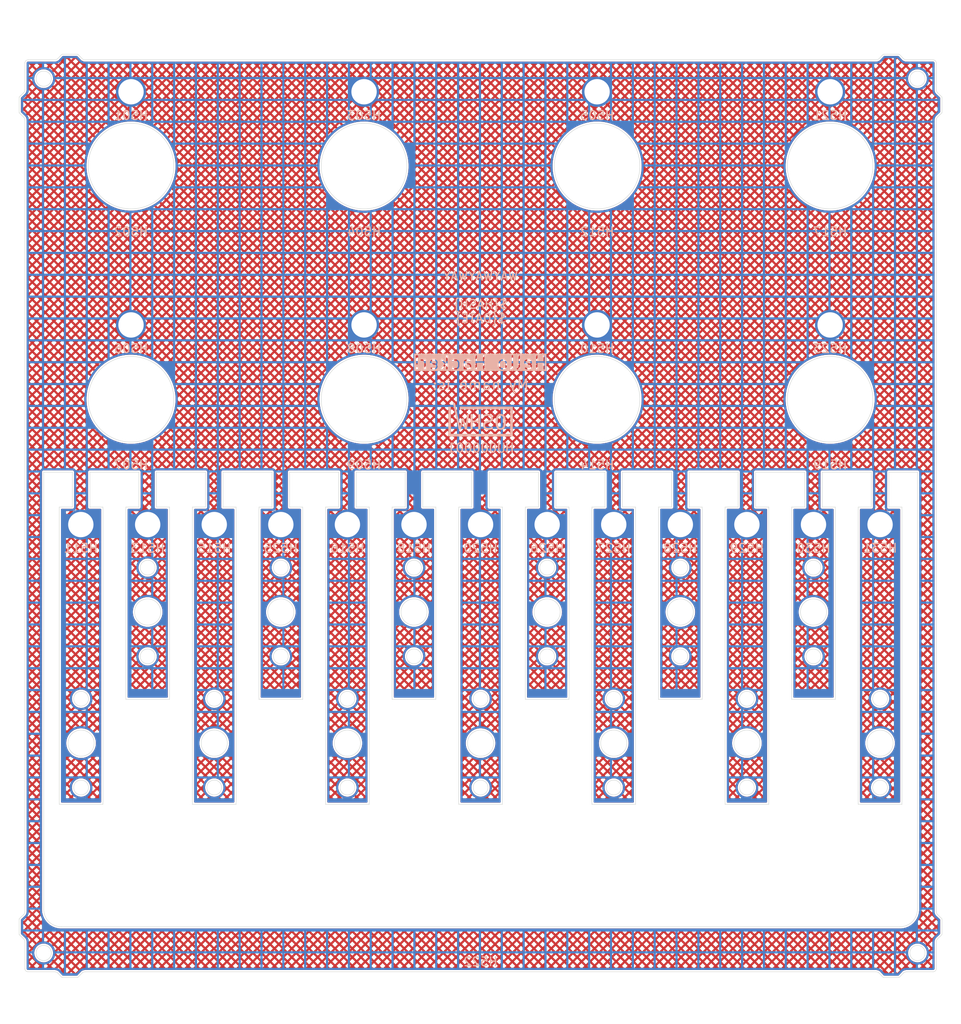
<source format=kicad_pcb>
(kicad_pcb (version 20241229) (generator "pcbnew") (generator_version "9.0")
  (layers (0 "F.Cu" signal) (2 "B.Cu" signal) (13 "F.Paste" user) (15 "B.Paste" user) (5 "F.SilkS" user "F.Silkscreen") (7 "B.SilkS" user "B.Silkscreen") (1 "F.Mask" user) (3 "B.Mask" user) (25 "Edge.Cuts" user))
  (net 0 "")
  (net 1 "GND")
  (footprint "suku_basics:FP_LED_TIGHT" (layer "F.Cu") (at 69.52 100.999999)
    (property "Reference" "H515" (at 0 2.7 0) (layer "B.SilkS") (effects (justify mirror)))
    (property "Value" "LED")
    (pad "1" thru_hole circle (at 0 0 90) (size 3.1 3.1) (drill 2.9) (layers "*.Cu" "*.Mask") (net 1 "GND"))
  )
  (footprint "suku_basics:FP_LED_TIGHT" (layer "F.Cu") (at 100 101)
    (property "Reference" "H520" (at 0 2.7 0) (layer "B.SilkS") (effects (justify mirror)))
    (property "Value" "LED")
    (pad "1" thru_hole circle (at 0 0 90) (size 3.1 3.1) (drill 2.9) (layers "*.Cu" "*.Mask") (net 1 "GND"))
  )
  (footprint "suku_basics:FP_POTENTIOMETER" (layer "F.Cu") (at 59.995 86.665)
    (property "Reference" "H507" (at 0 7.5 0) (layer "B.SilkS") (effects (justify mirror)))
    (property "Value" "Potentiometer")
    (pad "" np_thru_hole circle (at 0 0 90) (size 1.5 1.5) (drill 9.8) (layers "*.Cu" "*.Mask"))
  )
  (footprint "suku_basics:FP_LED_TIGHT" (layer "F.Cu") (at 113.335 51.495)
    (property "Reference" "H505" (at 0 2.7 0) (layer "B.SilkS") (effects (justify mirror)))
    (property "Value" "LED")
    (pad "1" thru_hole circle (at 0 0 90) (size 3.1 3.1) (drill 2.9) (layers "*.Cu" "*.Mask") (net 1 "GND"))
  )
  (footprint "suku_basics:FP_LED_TIGHT" (layer "F.Cu") (at 92.38 101)
    (property "Reference" "H518" (at 0 2.7 0) (layer "B.SilkS") (effects (justify mirror)))
    (property "Value" "LED")
    (pad "1" thru_hole circle (at 0 0 90) (size 3.1 3.1) (drill 2.9) (layers "*.Cu" "*.Mask") (net 1 "GND"))
  )
  (footprint "suku_basics:FP_POTENTIOMETER" (layer "F.Cu") (at 113.335 86.665)
    (property "Reference" "H514" (at 0 7.5 0) (layer "B.SilkS") (effects (justify mirror)))
    (property "Value" "Potentiometer")
    (pad "" np_thru_hole circle (at 0 0 90) (size 1.5 1.5) (drill 9.8) (layers "*.Cu" "*.Mask"))
  )
  (footprint "suku_basics:FP_LED_TIGHT" (layer "F.Cu") (at 140.005 78.165)
    (property "Reference" "H523" (at 0 2.7 0) (layer "B.SilkS") (effects (justify mirror)))
    (property "Value" "LED")
    (pad "1" thru_hole circle (at 0 0 90) (size 3.1 3.1) (drill 2.9) (layers "*.Cu" "*.Mask") (net 1 "GND"))
  )
  (footprint "suku_basics:FP_POTENTIOMETER" (layer "F.Cu") (at 86.665 59.995)
    (property "Reference" "H504" (at 0 7.5 0) (layer "B.SilkS") (effects (justify mirror)))
    (property "Value" "Potentiometer")
    (pad "" np_thru_hole circle (at 0 0 90) (size 1.5 1.5) (drill 9.8) (layers "*.Cu" "*.Mask"))
  )
  (footprint "suku_basics:FP_LED_TIGHT" (layer "F.Cu") (at 122.86 101)
    (property "Reference" "H528" (at 0 2.7 0) (layer "B.SilkS") (effects (justify mirror)))
    (property "Value" "LED")
    (pad "1" thru_hole circle (at 0 0 90) (size 3.1 3.1) (drill 2.9) (layers "*.Cu" "*.Mask") (net 1 "GND"))
  )
  (footprint "suku_basics:FP_POTENTIOMETER" (layer "F.Cu") (at 113.335 59.995)
    (property "Reference" "H512" (at 0 7.5 0) (layer "B.SilkS") (effects (justify mirror)))
    (property "Value" "Potentiometer")
    (pad "" np_thru_hole circle (at 0 0 90) (size 1.5 1.5) (drill 9.8) (layers "*.Cu" "*.Mask"))
  )
  (footprint "suku_basics:FP_LED_TIGHT" (layer "F.Cu") (at 59.995 78.165)
    (property "Reference" "H506" (at 0 2.7 0) (layer "B.SilkS") (effects (justify mirror)))
    (property "Value" "LED")
    (pad "1" thru_hole circle (at 0 0 90) (size 3.1 3.1) (drill 2.9) (layers "*.Cu" "*.Mask") (net 1 "GND"))
  )
  (footprint "suku_basics:FP_POTENTIOMETER" (layer "F.Cu") (at 140.005 59.995)
    (property "Reference" "H517" (at 0 7.5 0) (layer "B.SilkS") (effects (justify mirror)))
    (property "Value" "Potentiometer")
    (pad "" np_thru_hole circle (at 0 0 90) (size 1.5 1.5) (drill 9.8) (layers "*.Cu" "*.Mask"))
  )
  (footprint "suku_basics:FP_LED_TIGHT" (layer "F.Cu") (at 59.995 51.495)
    (property "Reference" "H501" (at 0 2.7 0) (layer "B.SilkS") (effects (justify mirror)))
    (property "Value" "LED")
    (pad "1" thru_hole circle (at 0 0 90) (size 3.1 3.1) (drill 2.9) (layers "*.Cu" "*.Mask") (net 1 "GND"))
  )
  (footprint "suku_basics:FP_LED_TIGHT" (layer "F.Cu") (at 77.14 101)
    (property "Reference" "H525" (at 0 2.7 0) (layer "B.SilkS") (effects (justify mirror)))
    (property "Value" "LED")
    (pad "1" thru_hole circle (at 0 0 90) (size 3.1 3.1) (drill 2.9) (layers "*.Cu" "*.Mask") (net 1 "GND"))
  )
  (footprint "suku_basics:FP_LED_TIGHT" (layer "F.Cu") (at 86.665 51.495)
    (property "Reference" "H503" (at 0 2.7 0) (layer "B.SilkS") (effects (justify mirror)))
    (property "Value" "LED")
    (pad "1" thru_hole circle (at 0 0 90) (size 3.1 3.1) (drill 2.9) (layers "*.Cu" "*.Mask") (net 1 "GND"))
  )
  (footprint "suku_basics:FP_POTENTIOMETER" (layer "F.Cu") (at 59.995 59.995)
    (property "Reference" "H502" (at 0 7.5 0) (layer "B.SilkS") (effects (justify mirror)))
    (property "Value" "Potentiometer")
    (pad "" np_thru_hole circle (at 0 0 90) (size 1.5 1.5) (drill 9.8) (layers "*.Cu" "*.Mask"))
  )
  (footprint "suku_basics:FP_LED_TIGHT" (layer "F.Cu") (at 84.76 101)
    (property "Reference" "H516" (at 0 2.7 0) (layer "B.SilkS") (effects (justify mirror)))
    (property "Value" "LED")
    (pad "1" thru_hole circle (at 0 0 90) (size 3.1 3.1) (drill 2.9) (layers "*.Cu" "*.Mask") (net 1 "GND"))
  )
  (footprint "suku_basics:FP_LED_TIGHT" (layer "F.Cu") (at 145.72 101)
    (property "Reference" "H531" (at 0 2.7 0) (layer "B.SilkS") (effects (justify mirror)))
    (property "Value" "LED")
    (pad "1" thru_hole circle (at 0 0 90) (size 3.1 3.1) (drill 2.9) (layers "*.Cu" "*.Mask") (net 1 "GND"))
  )
  (footprint "suku_basics:FP_LED_TIGHT" (layer "F.Cu") (at 107.62 101)
    (property "Reference" "H526" (at 0 2.7 0) (layer "B.SilkS") (effects (justify mirror)))
    (property "Value" "LED")
    (pad "1" thru_hole circle (at 0 0 90) (size 3.1 3.1) (drill 2.9) (layers "*.Cu" "*.Mask") (net 1 "GND"))
  )
  (footprint "suku_basics:FP_LED_TIGHT" (layer "F.Cu") (at 54.25 101)
    (property "Reference" "H511" (at 0 2.7 0) (layer "B.SilkS") (effects (justify mirror)))
    (property "Value" "LED")
    (pad "1" thru_hole circle (at 0 0 90) (size 3.1 3.1) (drill 2.9) (layers "*.Cu" "*.Mask") (net 1 "GND"))
  )
  (footprint "suku_basics:FP_POTENTIOMETER" (layer "F.Cu") (at 86.665 86.665)
    (property "Reference" "H509" (at 0 7.5 0) (layer "B.SilkS") (effects (justify mirror)))
    (property "Value" "Potentiometer")
    (pad "" np_thru_hole circle (at 0 0 90) (size 1.5 1.5) (drill 9.8) (layers "*.Cu" "*.Mask"))
  )
  (footprint "suku_basics:FP_LED_TIGHT" (layer "F.Cu") (at 138.1 101)
    (property "Reference" "H530" (at 0 2.7 0) (layer "B.SilkS") (effects (justify mirror)))
    (property "Value" "LED")
    (pad "1" thru_hole circle (at 0 0 90) (size 3.1 3.1) (drill 2.9) (layers "*.Cu" "*.Mask") (net 1 "GND"))
  )
  (footprint "suku_basics:FP_LED_TIGHT" (layer "F.Cu") (at 86.665 78.165)
    (property "Reference" "H508" (at 0 2.7 0) (layer "B.SilkS") (effects (justify mirror)))
    (property "Value" "LED")
    (pad "1" thru_hole circle (at 0 0 90) (size 3.1 3.1) (drill 2.9) (layers "*.Cu" "*.Mask") (net 1 "GND"))
  )
  (footprint "suku_basics:FP_LED_TIGHT" (layer "F.Cu") (at 130.48 101)
    (property "Reference" "H529" (at 0 2.7 0) (layer "B.SilkS") (effects (justify mirror)))
    (property "Value" "LED")
    (pad "1" thru_hole circle (at 0 0 90) (size 3.1 3.1) (drill 2.9) (layers "*.Cu" "*.Mask") (net 1 "GND"))
  )
  (footprint "suku_basics:FP_LED_TIGHT" (layer "F.Cu") (at 113.335 78.165)
    (property "Reference" "H510" (at 0 2.7 0) (layer "B.SilkS") (effects (justify mirror)))
    (property "Value" "LED")
    (pad "1" thru_hole circle (at 0 0 90) (size 3.1 3.1) (drill 2.9) (layers "*.Cu" "*.Mask") (net 1 "GND"))
  )
  (footprint "suku_basics:FP_POTENTIOMETER" (layer "F.Cu") (at 140.005 86.665)
    (property "Reference" "H519" (at 0 7.5 0) (layer "B.SilkS") (effects (justify mirror)))
    (property "Value" "Potentiometer")
    (pad "" np_thru_hole circle (at 0 0 90) (size 1.5 1.5) (drill 9.8) (layers "*.Cu" "*.Mask"))
  )
  (footprint "suku_basics:FP_LED_TIGHT" (layer "F.Cu") (at 115.24 101)
    (property "Reference" "H527" (at 0 2.7 0) (layer "B.SilkS") (effects (justify mirror)))
    (property "Value" "LED")
    (pad "1" thru_hole circle (at 0 0 90) (size 3.1 3.1) (drill 2.9) (layers "*.Cu" "*.Mask") (net 1 "GND"))
  )
  (footprint "suku_basics:FP_OUTLINE_2" (layer "F.Cu") (at 100 100)
    (property "Reference" "H522" (at 0 51 0) (layer "B.SilkS") (effects (justify mirror)))
    (property "Value" "Outline")
    (fp_line (start -52.799999 -46.100001) (end -52.799999 -47.899999) (stroke (width 0.05)) (layer "Edge.Cuts"))
    (fp_line (start -52.799999 46.100001) (end -52.799999 47.899999) (stroke (width 0.05)) (layer "Edge.Cuts"))
    (fp_line (start -52.626954 -48.077382) (end -52.265506 -48.421458) (stroke (width 0.05)) (layer "Edge.Cuts"))
    (fp_line (start -52.626954 -45.922618) (end -52.265506 -45.578542) (stroke (width 0.05)) (layer "Edge.Cuts"))
    (fp_line (start -52.626954 45.922618) (end -52.265506 45.578542) (stroke (width 0.05)) (layer "Edge.Cuts"))
    (fp_line (start -52.626954 48.077382) (end -52.265506 48.421458) (stroke (width 0.05)) (layer "Edge.Cuts"))
    (fp_line (start -52.15 -48.75) (end -52.15 -51.8) (stroke (width 0.05)) (layer "Edge.Cuts"))
    (fp_line (start -52.15 45.25) (end -52.15 -45.25) (stroke (width 0.05)) (layer "Edge.Cuts"))
    (fp_line (start -52.15 48.75) (end -52.15 51.8) (stroke (width 0.05)) (layer "Edge.Cuts"))
    (fp_line (start -48.75 -52.15) (end -51.8 -52.15) (stroke (width 0.05)) (layer "Edge.Cuts"))
    (fp_line (start -48.75 52.15) (end -51.8 52.15) (stroke (width 0.05)) (layer "Edge.Cuts"))
    (fp_line (start -48.077382 -52.626954) (end -48.421458 -52.265506) (stroke (width 0.05)) (layer "Edge.Cuts"))
    (fp_line (start -48.077382 52.626954) (end -48.421458 52.265506) (stroke (width 0.05)) (layer "Edge.Cuts"))
    (fp_line (start -46.100001 -52.799999) (end -47.899999 -52.799999) (stroke (width 0.05)) (layer "Edge.Cuts"))
    (fp_line (start -46.100001 52.799999) (end -47.899999 52.799999) (stroke (width 0.05)) (layer "Edge.Cuts"))
    (fp_line (start -45.922618 -52.626954) (end -45.578542 -52.265506) (stroke (width 0.05)) (layer "Edge.Cuts"))
    (fp_line (start -45.922618 52.626954) (end -45.578542 52.265506) (stroke (width 0.05)) (layer "Edge.Cuts"))
    (fp_line (start -45.25 -52.15) (end 45.25 -52.15) (stroke (width 0.05)) (layer "Edge.Cuts"))
    (fp_line (start 45.25 52.15) (end -45.25 52.15) (stroke (width 0.05)) (layer "Edge.Cuts"))
    (fp_line (start 45.922618 -52.626954) (end 45.578542 -52.265506) (stroke (width 0.05)) (layer "Edge.Cuts"))
    (fp_line (start 45.922618 52.626955) (end 45.578542 52.265507) (stroke (width 0.05)) (layer "Edge.Cuts"))
    (fp_line (start 46.100001 -52.799999) (end 47.899999 -52.799999) (stroke (width 0.05)) (layer "Edge.Cuts"))
    (fp_line (start 46.100001 52.799999) (end 47.899999 52.799999) (stroke (width 0.05)) (layer "Edge.Cuts"))
    (fp_line (start 48.077377 52.626959) (end 48.421453 52.265511) (stroke (width 0.05)) (layer "Edge.Cuts"))
    (fp_line (start 48.077384 -52.626954) (end 48.42146 -52.265506) (stroke (width 0.05)) (layer "Edge.Cuts"))
    (fp_line (start 48.75 -52.15) (end 51.8 -52.15) (stroke (width 0.05)) (layer "Edge.Cuts"))
    (fp_line (start 48.75 52.15) (end 51.8 52.15) (stroke (width 0.05)) (layer "Edge.Cuts"))
    (fp_line (start 52.15 -48.75) (end 52.15 -51.8) (stroke (width 0.05)) (layer "Edge.Cuts"))
    (fp_line (start 52.15 -45.25) (end 52.15 45.25) (stroke (width 0.05)) (layer "Edge.Cuts"))
    (fp_line (start 52.15 48.75) (end 52.15 51.8) (stroke (width 0.05)) (layer "Edge.Cuts"))
    (fp_line (start 52.626954 -48.077385) (end 52.265506 -48.421461) (stroke (width 0.05)) (layer "Edge.Cuts"))
    (fp_line (start 52.626954 -45.922618) (end 52.265506 -45.578542) (stroke (width 0.05)) (layer "Edge.Cuts"))
    (fp_line (start 52.626954 45.922618) (end 52.265506 45.578542) (stroke (width 0.05)) (layer "Edge.Cuts"))
    (fp_line (start 52.626954 48.077383) (end 52.265506 48.421459) (stroke (width 0.05)) (layer "Edge.Cuts"))
    (fp_line (start 52.799999 -46.100001) (end 52.799999 -47.899999) (stroke (width 0.05)) (layer "Edge.Cuts"))
    (fp_line (start 52.799999 46.100001) (end 52.799999 47.899999) (stroke (width 0.05)) (layer "Edge.Cuts"))
    (fp_line (start 52.799999 47.899999) (end 52.626954 48.077383) (stroke (width 0.05)) (layer "Edge.Cuts"))
    (fp_arc (start -52.799999 -47.899999) (mid -52.717353 -47.992466) (end -52.62696 -48.077377) (stroke (width 0.05)) (layer "Edge.Cuts"))
    (fp_arc (start -52.799999 46.100001) (mid -52.717353 46.007534) (end -52.62696 45.922623) (stroke (width 0.05)) (layer "Edge.Cuts"))
    (fp_arc (start -52.62696 -45.922623) (mid -52.717353 -46.007534) (end -52.799999 -46.100001) (stroke (width 0.05)) (layer "Edge.Cuts"))
    (fp_arc (start -52.62696 48.077377) (mid -52.717353 47.992466) (end -52.799999 47.899999) (stroke (width 0.05)) (layer "Edge.Cuts"))
    (fp_arc (start -52.265506 -45.578542) (mid -52.179718 -45.424127) (end -52.15 -45.25) (stroke (width 0.05)) (layer "Edge.Cuts"))
    (fp_arc (start -52.265506 48.421458) (mid -52.179718 48.575873) (end -52.15 48.75) (stroke (width 0.05)) (layer "Edge.Cuts"))
    (fp_arc (start -52.15 -51.8) (mid -52.047488 -52.047488) (end -51.8 -52.15) (stroke (width 0.05)) (layer "Edge.Cuts"))
    (fp_arc (start -52.15 -48.75) (mid -52.179717 -48.575872) (end -52.265506 -48.421458) (stroke (width 0.05)) (layer "Edge.Cuts"))
    (fp_arc (start -52.15 45.25) (mid -52.179717 45.424128) (end -52.265506 45.578542) (stroke (width 0.05)) (layer "Edge.Cuts"))
    (fp_arc (start -51.8 52.15) (mid -52.047488 52.047488) (end -52.15 51.8) (stroke (width 0.05)) (layer "Edge.Cuts"))
    (fp_arc (start -48.75 52.15) (mid -48.575872 52.179717) (end -48.421458 52.265506) (stroke (width 0.05)) (layer "Edge.Cuts"))
    (fp_arc (start -48.421458 -52.265506) (mid -48.575873 -52.179718) (end -48.75 -52.15) (stroke (width 0.05)) (layer "Edge.Cuts"))
    (fp_arc (start -48.077377 -52.62696) (mid -47.992466 -52.717353) (end -47.899999 -52.799999) (stroke (width 0.05)) (layer "Edge.Cuts"))
    (fp_arc (start -47.899999 52.799999) (mid -47.992466 52.717353) (end -48.077377 52.62696) (stroke (width 0.05)) (layer "Edge.Cuts"))
    (fp_arc (start -46.100001 -52.799999) (mid -46.007534 -52.717353) (end -45.922623 -52.62696) (stroke (width 0.05)) (layer "Edge.Cuts"))
    (fp_arc (start -45.922623 52.62696) (mid -46.007534 52.717353) (end -46.100001 52.799999) (stroke (width 0.05)) (layer "Edge.Cuts"))
    (fp_arc (start -45.578542 52.265506) (mid -45.424127 52.179718) (end -45.25 52.15) (stroke (width 0.05)) (layer "Edge.Cuts"))
    (fp_arc (start -45.25 -52.15) (mid -45.424128 -52.179717) (end -45.578542 -52.265506) (stroke (width 0.05)) (layer "Edge.Cuts"))
    (fp_arc (start 45.25 52.15) (mid 45.424127 52.179718) (end 45.578542 52.265506) (stroke (width 0.05)) (layer "Edge.Cuts"))
    (fp_arc (start 45.578542 -52.265506) (mid 45.424128 -52.179717) (end 45.25 -52.15) (stroke (width 0.05)) (layer "Edge.Cuts"))
    (fp_arc (start 45.922623 -52.62696) (mid 46.007534 -52.717353) (end 46.100001 -52.799999) (stroke (width 0.05)) (layer "Edge.Cuts"))
    (fp_arc (start 46.099996 52.799994) (mid 46.007529 52.717348) (end 45.922618 52.626955) (stroke (width 0.05)) (layer "Edge.Cuts"))
    (fp_arc (start 47.900001 -52.799999) (mid 47.992468 -52.717353) (end 48.077379 -52.62696) (stroke (width 0.05)) (layer "Edge.Cuts"))
    (fp_arc (start 48.077377 52.62696) (mid 47.992466 52.717353) (end 47.899999 52.799999) (stroke (width 0.05)) (layer "Edge.Cuts"))
    (fp_arc (start 48.421458 52.265507) (mid 48.575872 52.179718) (end 48.75 52.150001) (stroke (width 0.05)) (layer "Edge.Cuts"))
    (fp_arc (start 48.750002 -52.15) (mid 48.575874 -52.179717) (end 48.42146 -52.265506) (stroke (width 0.05)) (layer "Edge.Cuts"))
    (fp_arc (start 51.8 -52.15) (mid 52.047487 -52.047487) (end 52.15 -51.8) (stroke (width 0.05)) (layer "Edge.Cuts"))
    (fp_arc (start 52.15 -45.25) (mid 52.179717 -45.424128) (end 52.265506 -45.578542) (stroke (width 0.05)) (layer "Edge.Cuts"))
    (fp_arc (start 52.15 48.75) (mid 52.179718 48.575873) (end 52.265506 48.421458) (stroke (width 0.05)) (layer "Edge.Cuts"))
    (fp_arc (start 52.15 51.8) (mid 52.047487 52.047487) (end 51.8 52.15) (stroke (width 0.05)) (layer "Edge.Cuts"))
    (fp_arc (start 52.265506 -48.421461) (mid 52.179717 -48.575875) (end 52.15 -48.750003) (stroke (width 0.05)) (layer "Edge.Cuts"))
    (fp_arc (start 52.265506 45.578542) (mid 52.179717 45.424128) (end 52.15 45.25) (stroke (width 0.05)) (layer "Edge.Cuts"))
    (fp_arc (start 52.62696 -48.07738) (mid 52.717353 -47.992469) (end 52.799999 -47.900002) (stroke (width 0.05)) (layer "Edge.Cuts"))
    (fp_arc (start 52.62696 45.922623) (mid 52.717353 46.007534) (end 52.799999 46.100001) (stroke (width 0.05)) (layer "Edge.Cuts"))
    (fp_arc (start 52.799999 -46.100001) (mid 52.717353 -46.007534) (end 52.62696 -45.922623) (stroke (width 0.05)) (layer "Edge.Cuts"))
    (fp_circle (center -50 -50) (end -49.125 -50) (stroke (width 0.05)) (fill no) (layer "Edge.Cuts"))
    (fp_circle (center -50 50) (end -49.125 50) (stroke (width 0.05)) (fill no) (layer "Edge.Cuts"))
    (fp_circle (center 50 -50) (end 50.875 -50) (stroke (width 0.05)) (fill no) (layer "Edge.Cuts"))
    (fp_circle (center 50 50) (end 50.875 50) (stroke (width 0.05)) (fill no) (layer "Edge.Cuts"))
  )
  (footprint "suku_basics:FP_LED_TIGHT" (layer "F.Cu") (at 140.005 51.495)
    (property "Reference" "H521" (at 0 2.7 0) (layer "B.SilkS") (effects (justify mirror)))
    (property "Value" "LED")
    (pad "1" thru_hole circle (at 0 0 90) (size 3.1 3.1) (drill 2.9) (layers "*.Cu" "*.Mask") (net 1 "GND"))
  )
  (footprint "suku_basics:FP_LED_TIGHT" (layer "F.Cu") (at 61.9 101)
    (property "Reference" "H513" (at 0 2.7 0) (layer "B.SilkS") (effects (justify mirror)))
    (property "Value" "LED")
    (pad "1" thru_hole circle (at 0 0 90) (size 3.1 3.1) (drill 2.9) (layers "*.Cu" "*.Mask") (net 1 "GND"))
  )
  (footprint "suku_basics:OSHWA" (layer "B.Cu") (at 100 90 180)
    (property "Reference" "H524")
    (property "Value" "Outline" (hide yes))
  )
  (gr_line (start 72.02 99) (end 72.02 133) (stroke (width 0.05)) (layer "Edge.Cuts"))
  (gr_line (start 148.22 133) (end 143.22 133) (stroke (width 0.05)) (layer "Edge.Cuts"))
  (gr_circle (center 100 120.925) (end 100 120.075) (stroke (width 0.05)) (fill no) (layer "Edge.Cuts"))
  (gr_arc (start 150 145) (mid 149.414214 146.414214) (end 148 147) (stroke (width 0.05)) (layer "Edge.Cuts"))
  (gr_line (start 85.76 99) (end 87.26 99) (stroke (width 0.05)) (layer "Edge.Cuts"))
  (gr_circle (center 84.76 126) (end 84.76 124.5) (stroke (width 0.05)) (fill no) (layer "Edge.Cuts"))
  (gr_circle (center 107.62 111) (end 107.62 109.5) (stroke (width 0.05)) (fill no) (layer "Edge.Cuts"))
  (gr_line (start 83.76 99) (end 83.76 95) (stroke (width 0.05)) (layer "Edge.Cuts"))
  (gr_line (start 144.72 99) (end 143.22 99) (stroke (width 0.05)) (layer "Edge.Cuts"))
  (gr_circle (center 86.665 86.665) (end 91.565 86.665) (stroke (width 0.05)) (fill no) (layer "Edge.Cuts"))
  (gr_line (start 110.12 121) (end 105.12 121) (stroke (width 0.05)) (layer "Edge.Cuts"))
  (gr_line (start 108.62 99) (end 108.62 95) (stroke (width 0.05)) (layer "Edge.Cuts"))
  (gr_circle (center 59.995 59.995) (end 64.895 59.995) (stroke (width 0.05)) (fill no) (layer "Edge.Cuts"))
  (gr_circle (center 92.38 105.925) (end 92.38 105.075) (stroke (width 0.05)) (fill no) (layer "Edge.Cuts"))
  (gr_line (start 55.28 99) (end 56.78 99) (stroke (width 0.05)) (layer "Edge.Cuts"))
  (gr_line (start 99 99) (end 97.5 99) (stroke (width 0.05)) (layer "Edge.Cuts"))
  (gr_line (start 131.48 99) (end 131.48 95) (stroke (width 0.05)) (layer "Edge.Cuts"))
  (gr_line (start 78.14 99) (end 79.64 99) (stroke (width 0.05)) (layer "Edge.Cuts"))
  (gr_line (start 132.98 133) (end 127.98 133) (stroke (width 0.05)) (layer "Edge.Cuts"))
  (gr_circle (center 130.48 131.075001) (end 130.48 130.225) (stroke (width 0.05)) (fill no) (layer "Edge.Cuts"))
  (gr_line (start 101 99) (end 101 95) (stroke (width 0.05)) (layer "Edge.Cuts"))
  (gr_line (start 129.48 95) (end 123.86 95) (stroke (width 0.05)) (layer "Edge.Cuts"))
  (gr_circle (center 100 126) (end 100 124.5) (stroke (width 0.05)) (fill no) (layer "Edge.Cuts"))
  (gr_line (start 106.62 99) (end 105.12 99) (stroke (width 0.05)) (layer "Edge.Cuts"))
  (gr_circle (center 59.995 86.665) (end 64.895 86.665) (stroke (width 0.05)) (fill no) (layer "Edge.Cuts"))
  (gr_line (start 93.38 99) (end 94.88 99) (stroke (width 0.05)) (layer "Edge.Cuts"))
  (gr_line (start 129.48 99) (end 129.48 95) (stroke (width 0.05)) (layer "Edge.Cuts"))
  (gr_line (start 131.48 99) (end 132.98 99) (stroke (width 0.05)) (layer "Edge.Cuts"))
  (gr_circle (center 84.76 120.925) (end 84.76 120.075) (stroke (width 0.05)) (fill no) (layer "Edge.Cuts"))
  (gr_line (start 91.38 95) (end 85.76 95) (stroke (width 0.05)) (layer "Edge.Cuts"))
  (gr_line (start 60.9 99) (end 59.4 99) (stroke (width 0.05)) (layer "Edge.Cuts"))
  (gr_line (start 94.88 99) (end 94.88 121) (stroke (width 0.05)) (layer "Edge.Cuts"))
  (gr_line (start 97.5 99) (end 97.5 133) (stroke (width 0.05)) (layer "Edge.Cuts"))
  (gr_line (start 87.26 99) (end 87.26 133) (stroke (width 0.05)) (layer "Edge.Cuts"))
  (gr_line (start 148 147) (end 52 147) (stroke (width 0.05)) (layer "Edge.Cuts"))
  (gr_line (start 70.52 99) (end 72.02 99) (stroke (width 0.05)) (layer "Edge.Cuts"))
  (gr_line (start 56.78 99) (end 56.78 133) (stroke (width 0.05)) (layer "Edge.Cuts"))
  (gr_line (start 150 95) (end 146.72 95) (stroke (width 0.05)) (layer "Edge.Cuts"))
  (gr_line (start 114.24 99) (end 114.24 95) (stroke (width 0.05)) (layer "Edge.Cuts"))
  (gr_line (start 50 95) (end 53.28 95) (stroke (width 0.05)) (layer "Edge.Cuts"))
  (gr_line (start 137.1 99) (end 137.1 95) (stroke (width 0.05)) (layer "Edge.Cuts"))
  (gr_line (start 137.1 95) (end 131.48 95) (stroke (width 0.05)) (layer "Edge.Cuts"))
  (gr_circle (center 92.38 116.075001) (end 92.38 115.225) (stroke (width 0.05)) (fill no) (layer "Edge.Cuts"))
  (gr_line (start 78.14 99) (end 78.14 95) (stroke (width 0.05)) (layer "Edge.Cuts"))
  (gr_line (start 85.76 99) (end 85.76 95) (stroke (width 0.05)) (layer "Edge.Cuts"))
  (gr_line (start 55.28 99) (end 55.28 95) (stroke (width 0.05)) (layer "Edge.Cuts"))
  (gr_line (start 123.86 99) (end 125.36 99) (stroke (width 0.05)) (layer "Edge.Cuts"))
  (gr_line (start 117.74 99) (end 117.74 133) (stroke (width 0.05)) (layer "Edge.Cuts"))
  (gr_line (start 62.9 99) (end 64.4 99) (stroke (width 0.05)) (layer "Edge.Cuts"))
  (gr_circle (center 130.48 126) (end 130.48 124.5) (stroke (width 0.05)) (fill no) (layer "Edge.Cuts"))
  (gr_circle (center 61.9 105.925) (end 61.9 105.075) (stroke (width 0.05)) (fill no) (layer "Edge.Cuts"))
  (gr_circle (center 92.38 111) (end 92.38 109.5) (stroke (width 0.05)) (fill no) (layer "Edge.Cuts"))
  (gr_circle (center 107.62 105.925) (end 107.62 105.075) (stroke (width 0.05)) (fill no) (layer "Edge.Cuts"))
  (gr_line (start 56.78 133) (end 51.78 133) (stroke (width 0.05)) (layer "Edge.Cuts"))
  (gr_line (start 93.38 99) (end 93.38 95) (stroke (width 0.05)) (layer "Edge.Cuts"))
  (gr_circle (center 138.1 116.075001) (end 138.1 115.225) (stroke (width 0.05)) (fill no) (layer "Edge.Cuts"))
  (gr_line (start 53.28 99) (end 53.28 95) (stroke (width 0.05)) (layer "Edge.Cuts"))
  (gr_circle (center 69.52 120.925) (end 69.52 120.075) (stroke (width 0.05)) (fill no) (layer "Edge.Cuts"))
  (gr_line (start 120.36 99) (end 120.36 121) (stroke (width 0.05)) (layer "Edge.Cuts"))
  (gr_circle (center 113.335 59.995) (end 118.235 59.995) (stroke (width 0.05)) (fill no) (layer "Edge.Cuts"))
  (gr_line (start 102.5 99) (end 102.5 133) (stroke (width 0.05)) (layer "Edge.Cuts"))
  (gr_line (start 127.98 99) (end 127.98 133) (stroke (width 0.05)) (layer "Edge.Cuts"))
  (gr_arc (start 52 147) (mid 50.585786 146.414214) (end 50 145) (stroke (width 0.05)) (layer "Edge.Cuts"))
  (gr_line (start 67.02 99) (end 67.02 133) (stroke (width 0.05)) (layer "Edge.Cuts"))
  (gr_line (start 148.22 99) (end 148.22 133) (stroke (width 0.05)) (layer "Edge.Cuts"))
  (gr_line (start 121.86 99) (end 120.36 99) (stroke (width 0.05)) (layer "Edge.Cuts"))
  (gr_line (start 121.86 95) (end 116.24 95) (stroke (width 0.05)) (layer "Edge.Cuts"))
  (gr_circle (center 115.24 120.925) (end 115.24 120.075) (stroke (width 0.05)) (fill no) (layer "Edge.Cuts"))
  (gr_line (start 117.74 133) (end 112.74 133) (stroke (width 0.05)) (layer "Edge.Cuts"))
  (gr_line (start 137.1 99) (end 135.6 99) (stroke (width 0.05)) (layer "Edge.Cuts"))
  (gr_circle (center 145.72 126) (end 145.72 124.5) (stroke (width 0.05)) (fill no) (layer "Edge.Cuts"))
  (gr_line (start 79.64 99) (end 79.64 121) (stroke (width 0.05)) (layer "Edge.Cuts"))
  (gr_line (start 68.52 95) (end 62.9 95) (stroke (width 0.05)) (layer "Edge.Cuts"))
  (gr_line (start 112.74 99) (end 112.74 133) (stroke (width 0.05)) (layer "Edge.Cuts"))
  (gr_circle (center 84.76 131.075001) (end 84.76 130.225) (stroke (width 0.05)) (fill no) (layer "Edge.Cuts"))
  (gr_line (start 72.02 133) (end 67.02 133) (stroke (width 0.05)) (layer "Edge.Cuts"))
  (gr_circle (center 113.335 86.665) (end 118.235 86.665) (stroke (width 0.05)) (fill no) (layer "Edge.Cuts"))
  (gr_line (start 106.62 99) (end 106.62 95) (stroke (width 0.05)) (layer "Edge.Cuts"))
  (gr_circle (center 77.14 105.925) (end 77.14 105.075) (stroke (width 0.05)) (fill no) (layer "Edge.Cuts"))
  (gr_line (start 99 95) (end 93.38 95) (stroke (width 0.05)) (layer "Edge.Cuts"))
  (gr_line (start 143.22 99) (end 143.22 133) (stroke (width 0.05)) (layer "Edge.Cuts"))
  (gr_line (start 87.26 133) (end 82.26 133) (stroke (width 0.05)) (layer "Edge.Cuts"))
  (gr_circle (center 122.86 116.075001) (end 122.86 115.225) (stroke (width 0.05)) (fill no) (layer "Edge.Cuts"))
  (gr_line (start 116.24 99) (end 116.24 95) (stroke (width 0.05)) (layer "Edge.Cuts"))
  (gr_circle (center 69.52 131.075001) (end 69.52 130.225) (stroke (width 0.05)) (fill no) (layer "Edge.Cuts"))
  (gr_line (start 102.5 133) (end 97.5 133) (stroke (width 0.05)) (layer "Edge.Cuts"))
  (gr_line (start 121.86 99) (end 121.86 95) (stroke (width 0.05)) (layer "Edge.Cuts"))
  (gr_line (start 114.24 99) (end 112.74 99) (stroke (width 0.05)) (layer "Edge.Cuts"))
  (gr_line (start 74.64 99) (end 74.64 121) (stroke (width 0.05)) (layer "Edge.Cuts"))
  (gr_line (start 59.4 99) (end 59.4 121) (stroke (width 0.05)) (layer "Edge.Cuts"))
  (gr_line (start 135.6 99) (end 135.6 121) (stroke (width 0.05)) (layer "Edge.Cuts"))
  (gr_line (start 82.26 99) (end 82.26 133) (stroke (width 0.05)) (layer "Edge.Cuts"))
  (gr_line (start 129.48 99) (end 127.98 99) (stroke (width 0.05)) (layer "Edge.Cuts"))
  (gr_circle (center 77.14 111) (end 77.14 109.5) (stroke (width 0.05)) (fill no) (layer "Edge.Cuts"))
  (gr_line (start 50 145) (end 50 95) (stroke (width 0.05)) (layer "Edge.Cuts"))
  (gr_circle (center 145.72 120.925) (end 145.72 120.075) (stroke (width 0.05)) (fill no) (layer "Edge.Cuts"))
  (gr_line (start 76.14 99) (end 74.64 99) (stroke (width 0.05)) (layer "Edge.Cuts"))
  (gr_line (start 99 99) (end 99 95) (stroke (width 0.05)) (layer "Edge.Cuts"))
  (gr_line (start 91.38 99) (end 89.88 99) (stroke (width 0.05)) (layer "Edge.Cuts"))
  (gr_line (start 68.52 99) (end 67.02 99) (stroke (width 0.05)) (layer "Edge.Cuts"))
  (gr_circle (center 61.9 111) (end 61.9 109.5) (stroke (width 0.05)) (fill no) (layer "Edge.Cuts"))
  (gr_line (start 146.72 99) (end 148.22 99) (stroke (width 0.05)) (layer "Edge.Cuts"))
  (gr_line (start 105.12 99) (end 105.12 121) (stroke (width 0.05)) (layer "Edge.Cuts"))
  (gr_line (start 76.14 99) (end 76.14 95) (stroke (width 0.05)) (layer "Edge.Cuts"))
  (gr_line (start 110.12 99) (end 110.12 121) (stroke (width 0.05)) (layer "Edge.Cuts"))
  (gr_circle (center 138.1 111) (end 138.1 109.5) (stroke (width 0.05)) (fill no) (layer "Edge.Cuts"))
  (gr_circle (center 140.005 59.995) (end 144.905 59.995) (stroke (width 0.05)) (fill no) (layer "Edge.Cuts"))
  (gr_line (start 94.88 121) (end 89.88 121) (stroke (width 0.05)) (layer "Edge.Cuts"))
  (gr_circle (center 69.52 126) (end 69.52 124.5) (stroke (width 0.05)) (fill no) (layer "Edge.Cuts"))
  (gr_circle (center 145.72 131.075001) (end 145.72 130.225) (stroke (width 0.05)) (fill no) (layer "Edge.Cuts"))
  (gr_circle (center 54.28 126) (end 54.28 124.5) (stroke (width 0.05)) (fill no) (layer "Edge.Cuts"))
  (gr_circle (center 86.665 59.995) (end 91.565 59.995) (stroke (width 0.05)) (fill no) (layer "Edge.Cuts"))
  (gr_circle (center 61.9 116.075001) (end 61.9 115.225) (stroke (width 0.05)) (fill no) (layer "Edge.Cuts"))
  (gr_line (start 68.52 99) (end 68.52 95) (stroke (width 0.05)) (layer "Edge.Cuts"))
  (gr_circle (center 140.005 86.665) (end 144.905 86.665) (stroke (width 0.05)) (fill no) (layer "Edge.Cuts"))
  (gr_line (start 51.78 99) (end 51.78 133) (stroke (width 0.05)) (layer "Edge.Cuts"))
  (gr_line (start 140.6 121) (end 135.6 121) (stroke (width 0.05)) (layer "Edge.Cuts"))
  (gr_line (start 62.9 99) (end 62.9 95) (stroke (width 0.05)) (layer "Edge.Cuts"))
  (gr_line (start 76.14 95) (end 70.52 95) (stroke (width 0.05)) (layer "Edge.Cuts"))
  (gr_line (start 108.62 99) (end 110.12 99) (stroke (width 0.05)) (layer "Edge.Cuts"))
  (gr_line (start 139.1 99) (end 139.1 95) (stroke (width 0.05)) (layer "Edge.Cuts"))
  (gr_line (start 106.62 95) (end 101 95) (stroke (width 0.05)) (layer "Edge.Cuts"))
  (gr_line (start 91.38 99) (end 91.38 95) (stroke (width 0.05)) (layer "Edge.Cuts"))
  (gr_circle (center 54.28 120.925) (end 54.28 120.075) (stroke (width 0.05)) (fill no) (layer "Edge.Cuts"))
  (gr_line (start 60.9 95) (end 55.28 95) (stroke (width 0.05)) (layer "Edge.Cuts"))
  (gr_line (start 125.36 99) (end 125.36 121) (stroke (width 0.05)) (layer "Edge.Cuts"))
  (gr_circle (center 107.62 116.075001) (end 107.62 115.225) (stroke (width 0.05)) (fill no) (layer "Edge.Cuts"))
  (gr_circle (center 115.24 126) (end 115.24 124.5) (stroke (width 0.05)) (fill no) (layer "Edge.Cuts"))
  (gr_circle (center 115.24 131.075001) (end 115.24 130.225) (stroke (width 0.05)) (fill no) (layer "Edge.Cuts"))
  (gr_line (start 144.72 95) (end 139.1 95) (stroke (width 0.05)) (layer "Edge.Cuts"))
  (gr_line (start 144.72 99) (end 144.72 95) (stroke (width 0.05)) (layer "Edge.Cuts"))
  (gr_line (start 83.76 95) (end 78.14 95) (stroke (width 0.05)) (layer "Edge.Cuts"))
  (gr_line (start 53.28 99) (end 51.78 99) (stroke (width 0.05)) (layer "Edge.Cuts"))
  (gr_line (start 60.9 99) (end 60.9 95) (stroke (width 0.05)) (layer "Edge.Cuts"))
  (gr_line (start 139.1 99) (end 140.6 99) (stroke (width 0.05)) (layer "Edge.Cuts"))
  (gr_circle (center 77.14 116.075001) (end 77.14 115.225) (stroke (width 0.05)) (fill no) (layer "Edge.Cuts"))
  (gr_line (start 89.88 99) (end 89.88 121) (stroke (width 0.05)) (layer "Edge.Cuts"))
  (gr_line (start 140.6 99) (end 140.6 121) (stroke (width 0.05)) (layer "Edge.Cuts"))
  (gr_line (start 150 95) (end 150 145) (stroke (width 0.05)) (layer "Edge.Cuts"))
  (gr_line (start 116.24 99) (end 117.74 99) (stroke (width 0.05)) (layer "Edge.Cuts"))
  (gr_line (start 146.72 99) (end 146.72 95) (stroke (width 0.05)) (layer "Edge.Cuts"))
  (gr_circle (center 122.86 111) (end 122.86 109.5) (stroke (width 0.05)) (fill no) (layer "Edge.Cuts"))
  (gr_circle (center 138.1 105.925) (end 138.1 105.075) (stroke (width 0.05)) (fill no) (layer "Edge.Cuts"))
  (gr_line (start 79.64 121) (end 74.64 121) (stroke (width 0.05)) (layer "Edge.Cuts"))
  (gr_line (start 64.4 121) (end 59.4 121) (stroke (width 0.05)) (layer "Edge.Cuts"))
  (gr_circle (center 130.48 120.925) (end 130.48 120.075) (stroke (width 0.05)) (fill no) (layer "Edge.Cuts"))
  (gr_line (start 83.76 99) (end 82.26 99) (stroke (width 0.05)) (layer "Edge.Cuts"))
  (gr_circle (center 122.86 105.925) (end 122.86 105.075) (stroke (width 0.05)) (fill no) (layer "Edge.Cuts"))
  (gr_line (start 123.86 99) (end 123.86 95) (stroke (width 0.05)) (layer "Edge.Cuts"))
  (gr_circle (center 100 131.075001) (end 100 130.225) (stroke (width 0.05)) (fill no) (layer "Edge.Cuts"))
  (gr_circle (center 54.28 131.075001) (end 54.28 130.225) (stroke (width 0.05)) (fill no) (layer "Edge.Cuts"))
  (gr_line (start 132.98 99) (end 132.98 133) (stroke (width 0.05)) (layer "Edge.Cuts"))
  (gr_line (start 101 99) (end 102.5 99) (stroke (width 0.05)) (layer "Edge.Cuts"))
  (gr_line (start 114.24 95) (end 108.62 95) (stroke (width 0.05)) (layer "Edge.Cuts"))
  (gr_line (start 125.36 121) (end 120.36 121) (stroke (width 0.05)) (layer "Edge.Cuts"))
  (gr_line (start 64.4 99) (end 64.4 121) (stroke (width 0.05)) (layer "Edge.Cuts"))
  (gr_line (start 70.52 99) (end 70.52 95) (stroke (width 0.05)) (layer "Edge.Cuts"))
  (gr_text "My name is:" (at 100 85 0) (layer "B.SilkS") (effects (font (size 1.2 1.2)) (justify mirror)))
  (gr_text "WAYWAYWAY\n${PROJECTNAME}\n${HASH}\n${DATE}" (at 100 75 0) (layer "B.SilkS") (effects (font (size 1 1)) (justify mirror)))
  (gr_text "Hello Hacker!" (at 100 82.5 0) (layer "B.SilkS" knockout) (effects (font (size 1.5 1.5)) (justify mirror)))
  (zone (net 1) (net_name "GND") (layer "F.Cu") (connect_pads yes (clearance 0.254)) (min_thickness 0.1524) (fill yes (mode hatch) (thermal_gap 0.508) (thermal_bridge_width 0.254) (island_removal_mode 1) (island_area_min 10) (hatch_thickness 0.25) (hatch_gap 0.45) (hatch_orientation 45) (hatch_border_algorithm hatch_thickness) (hatch_min_hole_area 0.3))
    (polygon (pts (xy 45 45) (xy 46 41) (xy 48 41) (xy 49 45) (xy 155 45) (xy 155 155) (xy 45 155)))
  )
  (zone (net 1) (net_name "GND") (layer "B.Cu") (connect_pads yes (clearance 0.254)) (min_thickness 0.1524) (fill yes (mode hatch) (thermal_gap 0.508) (thermal_bridge_width 0.254) (island_removal_mode 1) (island_area_min 10) (hatch_thickness 0.25) (hatch_gap 2.25) (hatch_orientation 0) (hatch_border_algorithm hatch_thickness) (hatch_min_hole_area 0.3))
    (polygon (pts (xy 45 45) (xy 54 45) (xy 55 41) (xy 57 41) (xy 58 45) (xy 155 45) (xy 155 155) (xy 45 155)))
  )
)
</source>
